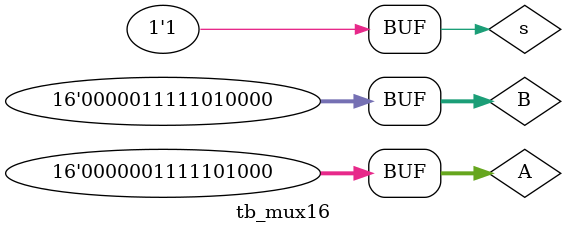
<source format=v>


`timescale 1ns/1ns
module tb_mux16();
		reg s;
		reg[15:0] A, B;
		wire[15:0] O;
		
		initial begin
			s = 0;
			A = 1000;
			B = 2000;
			#1 s = 1;
			end
			
		//module mux16(o, i0, i1, s);
		mux16 mux16_0(O, A, B, s);
endmodule

</source>
